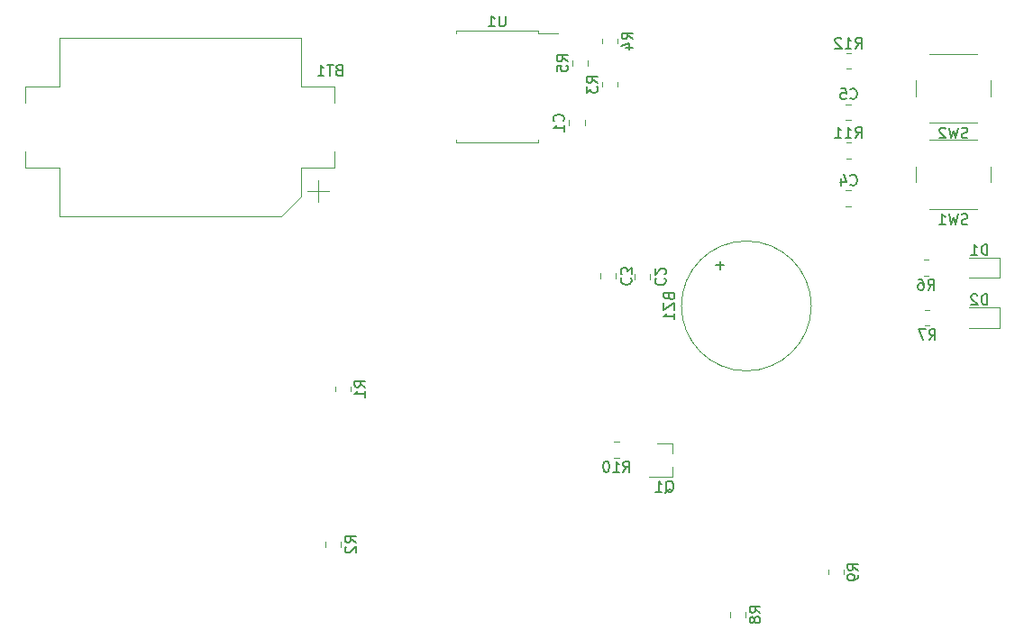
<source format=gbr>
%TF.GenerationSoftware,KiCad,Pcbnew,5.1.8*%
%TF.CreationDate,2020-12-14T21:05:08+01:00*%
%TF.ProjectId,breathe,62726561-7468-4652-9e6b-696361645f70,rev?*%
%TF.SameCoordinates,Original*%
%TF.FileFunction,Legend,Bot*%
%TF.FilePolarity,Positive*%
%FSLAX46Y46*%
G04 Gerber Fmt 4.6, Leading zero omitted, Abs format (unit mm)*
G04 Created by KiCad (PCBNEW 5.1.8) date 2020-12-14 21:05:08*
%MOMM*%
%LPD*%
G01*
G04 APERTURE LIST*
%ADD10C,0.120000*%
%ADD11C,0.150000*%
G04 APERTURE END LIST*
D10*
%TO.C,SW2*%
X176250000Y-88900000D02*
X176250000Y-90400000D01*
X175000000Y-92900000D02*
X170500000Y-92900000D01*
X169250000Y-90400000D02*
X169250000Y-88900000D01*
X170500000Y-86400000D02*
X175000000Y-86400000D01*
%TO.C,SW1*%
X176250000Y-97000000D02*
X176250000Y-98500000D01*
X175000000Y-101000000D02*
X170500000Y-101000000D01*
X169250000Y-98500000D02*
X169250000Y-97000000D01*
X170500000Y-94500000D02*
X175000000Y-94500000D01*
%TO.C,R12*%
X163127064Y-87835000D02*
X162672936Y-87835000D01*
X163127064Y-86365000D02*
X162672936Y-86365000D01*
%TO.C,R11*%
X163127064Y-96235000D02*
X162672936Y-96235000D01*
X163127064Y-94765000D02*
X162672936Y-94765000D01*
%TO.C,R10*%
X140872936Y-122865000D02*
X141327064Y-122865000D01*
X140872936Y-124335000D02*
X141327064Y-124335000D01*
%TO.C,R9*%
X160965000Y-135327064D02*
X160965000Y-134872936D01*
X162435000Y-135327064D02*
X162435000Y-134872936D01*
%TO.C,R8*%
X151765000Y-139327064D02*
X151765000Y-138872936D01*
X153235000Y-139327064D02*
X153235000Y-138872936D01*
%TO.C,Q1*%
X146360000Y-123020000D02*
X144900000Y-123020000D01*
X146360000Y-126180000D02*
X144200000Y-126180000D01*
X146360000Y-126180000D02*
X146360000Y-125250000D01*
X146360000Y-123020000D02*
X146360000Y-123950000D01*
%TO.C,C5*%
X163161252Y-92635000D02*
X162638748Y-92635000D01*
X163161252Y-91165000D02*
X162638748Y-91165000D01*
%TO.C,C4*%
X163161252Y-100735000D02*
X162638748Y-100735000D01*
X163161252Y-99265000D02*
X162638748Y-99265000D01*
%TO.C,BZ1*%
X159400000Y-110100000D02*
G75*
G03*
X159400000Y-110100000I-6100000J0D01*
G01*
%TO.C,U1*%
X129900000Y-94760000D02*
X126040000Y-94760000D01*
X126040000Y-94760000D02*
X126040000Y-94505000D01*
X129900000Y-94760000D02*
X133760000Y-94760000D01*
X133760000Y-94760000D02*
X133760000Y-94505000D01*
X129900000Y-84240000D02*
X126040000Y-84240000D01*
X126040000Y-84240000D02*
X126040000Y-84495000D01*
X129900000Y-84240000D02*
X133760000Y-84240000D01*
X133760000Y-84240000D02*
X133760000Y-84495000D01*
X133760000Y-84495000D02*
X135575000Y-84495000D01*
%TO.C,R7*%
X170072936Y-110465000D02*
X170527064Y-110465000D01*
X170072936Y-111935000D02*
X170527064Y-111935000D01*
%TO.C,R6*%
X169972936Y-105765000D02*
X170427064Y-105765000D01*
X169972936Y-107235000D02*
X170427064Y-107235000D01*
%TO.C,R5*%
X136965000Y-87072936D02*
X136965000Y-87527064D01*
X138435000Y-87072936D02*
X138435000Y-87527064D01*
%TO.C,R4*%
X141235000Y-85427064D02*
X141235000Y-84972936D01*
X139765000Y-85427064D02*
X139765000Y-84972936D01*
%TO.C,R3*%
X139765000Y-89072936D02*
X139765000Y-89527064D01*
X141235000Y-89072936D02*
X141235000Y-89527064D01*
%TO.C,R2*%
X115235000Y-132727064D02*
X115235000Y-132272936D01*
X113765000Y-132727064D02*
X113765000Y-132272936D01*
%TO.C,R1*%
X116135000Y-118127064D02*
X116135000Y-117672936D01*
X114665000Y-118127064D02*
X114665000Y-117672936D01*
%TO.C,D2*%
X174200000Y-110240000D02*
X177060000Y-110240000D01*
X177060000Y-110240000D02*
X177060000Y-112160000D01*
X177060000Y-112160000D02*
X174200000Y-112160000D01*
%TO.C,D1*%
X177060000Y-107460000D02*
X174200000Y-107460000D01*
X177060000Y-105540000D02*
X177060000Y-107460000D01*
X174200000Y-105540000D02*
X177060000Y-105540000D01*
%TO.C,C3*%
X141035000Y-107561252D02*
X141035000Y-107038748D01*
X139565000Y-107561252D02*
X139565000Y-107038748D01*
%TO.C,C2*%
X144235000Y-107598752D02*
X144235000Y-107076248D01*
X142765000Y-107598752D02*
X142765000Y-107076248D01*
%TO.C,C1*%
X136665000Y-92638748D02*
X136665000Y-93161252D01*
X138135000Y-92638748D02*
X138135000Y-93161252D01*
%TO.C,BT1*%
X88750000Y-97150000D02*
X85550000Y-97150000D01*
X85550000Y-97150000D02*
X85550000Y-95600000D01*
X88750000Y-101650000D02*
X88750000Y-97150000D01*
X88750000Y-101650000D02*
X109650000Y-101650000D01*
X111450000Y-99850000D02*
X111450000Y-97150000D01*
X109650000Y-101650000D02*
X111450000Y-99850000D01*
X111450000Y-97150000D02*
X114650000Y-97150000D01*
X114650000Y-97150000D02*
X114650000Y-95600000D01*
X111450000Y-89450000D02*
X114650000Y-89450000D01*
X114650000Y-89450000D02*
X114650000Y-91000000D01*
X88750000Y-89450000D02*
X85550000Y-89450000D01*
X85550000Y-89450000D02*
X85550000Y-91000000D01*
X111450000Y-84950000D02*
X88750000Y-84950000D01*
X111450000Y-84950000D02*
X111450000Y-89450000D01*
X88750000Y-84950000D02*
X88750000Y-89450000D01*
X113100000Y-98300000D02*
X113100000Y-100300000D01*
X112100000Y-99300000D02*
X114100000Y-99300000D01*
%TO.C,SW2*%
D11*
X174083333Y-94304761D02*
X173940476Y-94352380D01*
X173702380Y-94352380D01*
X173607142Y-94304761D01*
X173559523Y-94257142D01*
X173511904Y-94161904D01*
X173511904Y-94066666D01*
X173559523Y-93971428D01*
X173607142Y-93923809D01*
X173702380Y-93876190D01*
X173892857Y-93828571D01*
X173988095Y-93780952D01*
X174035714Y-93733333D01*
X174083333Y-93638095D01*
X174083333Y-93542857D01*
X174035714Y-93447619D01*
X173988095Y-93400000D01*
X173892857Y-93352380D01*
X173654761Y-93352380D01*
X173511904Y-93400000D01*
X173178571Y-93352380D02*
X172940476Y-94352380D01*
X172750000Y-93638095D01*
X172559523Y-94352380D01*
X172321428Y-93352380D01*
X171988095Y-93447619D02*
X171940476Y-93400000D01*
X171845238Y-93352380D01*
X171607142Y-93352380D01*
X171511904Y-93400000D01*
X171464285Y-93447619D01*
X171416666Y-93542857D01*
X171416666Y-93638095D01*
X171464285Y-93780952D01*
X172035714Y-94352380D01*
X171416666Y-94352380D01*
%TO.C,SW1*%
X174083333Y-102404761D02*
X173940476Y-102452380D01*
X173702380Y-102452380D01*
X173607142Y-102404761D01*
X173559523Y-102357142D01*
X173511904Y-102261904D01*
X173511904Y-102166666D01*
X173559523Y-102071428D01*
X173607142Y-102023809D01*
X173702380Y-101976190D01*
X173892857Y-101928571D01*
X173988095Y-101880952D01*
X174035714Y-101833333D01*
X174083333Y-101738095D01*
X174083333Y-101642857D01*
X174035714Y-101547619D01*
X173988095Y-101500000D01*
X173892857Y-101452380D01*
X173654761Y-101452380D01*
X173511904Y-101500000D01*
X173178571Y-101452380D02*
X172940476Y-102452380D01*
X172750000Y-101738095D01*
X172559523Y-102452380D01*
X172321428Y-101452380D01*
X171416666Y-102452380D02*
X171988095Y-102452380D01*
X171702380Y-102452380D02*
X171702380Y-101452380D01*
X171797619Y-101595238D01*
X171892857Y-101690476D01*
X171988095Y-101738095D01*
%TO.C,R12*%
X163542857Y-85902380D02*
X163876190Y-85426190D01*
X164114285Y-85902380D02*
X164114285Y-84902380D01*
X163733333Y-84902380D01*
X163638095Y-84950000D01*
X163590476Y-84997619D01*
X163542857Y-85092857D01*
X163542857Y-85235714D01*
X163590476Y-85330952D01*
X163638095Y-85378571D01*
X163733333Y-85426190D01*
X164114285Y-85426190D01*
X162590476Y-85902380D02*
X163161904Y-85902380D01*
X162876190Y-85902380D02*
X162876190Y-84902380D01*
X162971428Y-85045238D01*
X163066666Y-85140476D01*
X163161904Y-85188095D01*
X162209523Y-84997619D02*
X162161904Y-84950000D01*
X162066666Y-84902380D01*
X161828571Y-84902380D01*
X161733333Y-84950000D01*
X161685714Y-84997619D01*
X161638095Y-85092857D01*
X161638095Y-85188095D01*
X161685714Y-85330952D01*
X162257142Y-85902380D01*
X161638095Y-85902380D01*
%TO.C,R11*%
X163542857Y-94302380D02*
X163876190Y-93826190D01*
X164114285Y-94302380D02*
X164114285Y-93302380D01*
X163733333Y-93302380D01*
X163638095Y-93350000D01*
X163590476Y-93397619D01*
X163542857Y-93492857D01*
X163542857Y-93635714D01*
X163590476Y-93730952D01*
X163638095Y-93778571D01*
X163733333Y-93826190D01*
X164114285Y-93826190D01*
X162590476Y-94302380D02*
X163161904Y-94302380D01*
X162876190Y-94302380D02*
X162876190Y-93302380D01*
X162971428Y-93445238D01*
X163066666Y-93540476D01*
X163161904Y-93588095D01*
X161638095Y-94302380D02*
X162209523Y-94302380D01*
X161923809Y-94302380D02*
X161923809Y-93302380D01*
X162019047Y-93445238D01*
X162114285Y-93540476D01*
X162209523Y-93588095D01*
%TO.C,R10*%
X141742857Y-125702380D02*
X142076190Y-125226190D01*
X142314285Y-125702380D02*
X142314285Y-124702380D01*
X141933333Y-124702380D01*
X141838095Y-124750000D01*
X141790476Y-124797619D01*
X141742857Y-124892857D01*
X141742857Y-125035714D01*
X141790476Y-125130952D01*
X141838095Y-125178571D01*
X141933333Y-125226190D01*
X142314285Y-125226190D01*
X140790476Y-125702380D02*
X141361904Y-125702380D01*
X141076190Y-125702380D02*
X141076190Y-124702380D01*
X141171428Y-124845238D01*
X141266666Y-124940476D01*
X141361904Y-124988095D01*
X140171428Y-124702380D02*
X140076190Y-124702380D01*
X139980952Y-124750000D01*
X139933333Y-124797619D01*
X139885714Y-124892857D01*
X139838095Y-125083333D01*
X139838095Y-125321428D01*
X139885714Y-125511904D01*
X139933333Y-125607142D01*
X139980952Y-125654761D01*
X140076190Y-125702380D01*
X140171428Y-125702380D01*
X140266666Y-125654761D01*
X140314285Y-125607142D01*
X140361904Y-125511904D01*
X140409523Y-125321428D01*
X140409523Y-125083333D01*
X140361904Y-124892857D01*
X140314285Y-124797619D01*
X140266666Y-124750000D01*
X140171428Y-124702380D01*
%TO.C,R9*%
X163802380Y-134933333D02*
X163326190Y-134600000D01*
X163802380Y-134361904D02*
X162802380Y-134361904D01*
X162802380Y-134742857D01*
X162850000Y-134838095D01*
X162897619Y-134885714D01*
X162992857Y-134933333D01*
X163135714Y-134933333D01*
X163230952Y-134885714D01*
X163278571Y-134838095D01*
X163326190Y-134742857D01*
X163326190Y-134361904D01*
X163802380Y-135409523D02*
X163802380Y-135600000D01*
X163754761Y-135695238D01*
X163707142Y-135742857D01*
X163564285Y-135838095D01*
X163373809Y-135885714D01*
X162992857Y-135885714D01*
X162897619Y-135838095D01*
X162850000Y-135790476D01*
X162802380Y-135695238D01*
X162802380Y-135504761D01*
X162850000Y-135409523D01*
X162897619Y-135361904D01*
X162992857Y-135314285D01*
X163230952Y-135314285D01*
X163326190Y-135361904D01*
X163373809Y-135409523D01*
X163421428Y-135504761D01*
X163421428Y-135695238D01*
X163373809Y-135790476D01*
X163326190Y-135838095D01*
X163230952Y-135885714D01*
%TO.C,R8*%
X154602380Y-138933333D02*
X154126190Y-138600000D01*
X154602380Y-138361904D02*
X153602380Y-138361904D01*
X153602380Y-138742857D01*
X153650000Y-138838095D01*
X153697619Y-138885714D01*
X153792857Y-138933333D01*
X153935714Y-138933333D01*
X154030952Y-138885714D01*
X154078571Y-138838095D01*
X154126190Y-138742857D01*
X154126190Y-138361904D01*
X154030952Y-139504761D02*
X153983333Y-139409523D01*
X153935714Y-139361904D01*
X153840476Y-139314285D01*
X153792857Y-139314285D01*
X153697619Y-139361904D01*
X153650000Y-139409523D01*
X153602380Y-139504761D01*
X153602380Y-139695238D01*
X153650000Y-139790476D01*
X153697619Y-139838095D01*
X153792857Y-139885714D01*
X153840476Y-139885714D01*
X153935714Y-139838095D01*
X153983333Y-139790476D01*
X154030952Y-139695238D01*
X154030952Y-139504761D01*
X154078571Y-139409523D01*
X154126190Y-139361904D01*
X154221428Y-139314285D01*
X154411904Y-139314285D01*
X154507142Y-139361904D01*
X154554761Y-139409523D01*
X154602380Y-139504761D01*
X154602380Y-139695238D01*
X154554761Y-139790476D01*
X154507142Y-139838095D01*
X154411904Y-139885714D01*
X154221428Y-139885714D01*
X154126190Y-139838095D01*
X154078571Y-139790476D01*
X154030952Y-139695238D01*
%TO.C,Q1*%
X145695238Y-127647619D02*
X145790476Y-127600000D01*
X145885714Y-127504761D01*
X146028571Y-127361904D01*
X146123809Y-127314285D01*
X146219047Y-127314285D01*
X146171428Y-127552380D02*
X146266666Y-127504761D01*
X146361904Y-127409523D01*
X146409523Y-127219047D01*
X146409523Y-126885714D01*
X146361904Y-126695238D01*
X146266666Y-126600000D01*
X146171428Y-126552380D01*
X145980952Y-126552380D01*
X145885714Y-126600000D01*
X145790476Y-126695238D01*
X145742857Y-126885714D01*
X145742857Y-127219047D01*
X145790476Y-127409523D01*
X145885714Y-127504761D01*
X145980952Y-127552380D01*
X146171428Y-127552380D01*
X144790476Y-127552380D02*
X145361904Y-127552380D01*
X145076190Y-127552380D02*
X145076190Y-126552380D01*
X145171428Y-126695238D01*
X145266666Y-126790476D01*
X145361904Y-126838095D01*
%TO.C,C5*%
X163066666Y-90577142D02*
X163114285Y-90624761D01*
X163257142Y-90672380D01*
X163352380Y-90672380D01*
X163495238Y-90624761D01*
X163590476Y-90529523D01*
X163638095Y-90434285D01*
X163685714Y-90243809D01*
X163685714Y-90100952D01*
X163638095Y-89910476D01*
X163590476Y-89815238D01*
X163495238Y-89720000D01*
X163352380Y-89672380D01*
X163257142Y-89672380D01*
X163114285Y-89720000D01*
X163066666Y-89767619D01*
X162161904Y-89672380D02*
X162638095Y-89672380D01*
X162685714Y-90148571D01*
X162638095Y-90100952D01*
X162542857Y-90053333D01*
X162304761Y-90053333D01*
X162209523Y-90100952D01*
X162161904Y-90148571D01*
X162114285Y-90243809D01*
X162114285Y-90481904D01*
X162161904Y-90577142D01*
X162209523Y-90624761D01*
X162304761Y-90672380D01*
X162542857Y-90672380D01*
X162638095Y-90624761D01*
X162685714Y-90577142D01*
%TO.C,C4*%
X163066666Y-98677142D02*
X163114285Y-98724761D01*
X163257142Y-98772380D01*
X163352380Y-98772380D01*
X163495238Y-98724761D01*
X163590476Y-98629523D01*
X163638095Y-98534285D01*
X163685714Y-98343809D01*
X163685714Y-98200952D01*
X163638095Y-98010476D01*
X163590476Y-97915238D01*
X163495238Y-97820000D01*
X163352380Y-97772380D01*
X163257142Y-97772380D01*
X163114285Y-97820000D01*
X163066666Y-97867619D01*
X162209523Y-98105714D02*
X162209523Y-98772380D01*
X162447619Y-97724761D02*
X162685714Y-98439047D01*
X162066666Y-98439047D01*
%TO.C,BZ1*%
X146028571Y-109219047D02*
X146076190Y-109361904D01*
X146123809Y-109409523D01*
X146219047Y-109457142D01*
X146361904Y-109457142D01*
X146457142Y-109409523D01*
X146504761Y-109361904D01*
X146552380Y-109266666D01*
X146552380Y-108885714D01*
X145552380Y-108885714D01*
X145552380Y-109219047D01*
X145600000Y-109314285D01*
X145647619Y-109361904D01*
X145742857Y-109409523D01*
X145838095Y-109409523D01*
X145933333Y-109361904D01*
X145980952Y-109314285D01*
X146028571Y-109219047D01*
X146028571Y-108885714D01*
X145552380Y-109790476D02*
X145552380Y-110457142D01*
X146552380Y-109790476D01*
X146552380Y-110457142D01*
X146552380Y-111361904D02*
X146552380Y-110790476D01*
X146552380Y-111076190D02*
X145552380Y-111076190D01*
X145695238Y-110980952D01*
X145790476Y-110885714D01*
X145838095Y-110790476D01*
X150831428Y-105909047D02*
X150831428Y-106670952D01*
X151212380Y-106290000D02*
X150450476Y-106290000D01*
%TO.C,U1*%
X130661904Y-82852380D02*
X130661904Y-83661904D01*
X130614285Y-83757142D01*
X130566666Y-83804761D01*
X130471428Y-83852380D01*
X130280952Y-83852380D01*
X130185714Y-83804761D01*
X130138095Y-83757142D01*
X130090476Y-83661904D01*
X130090476Y-82852380D01*
X129090476Y-83852380D02*
X129661904Y-83852380D01*
X129376190Y-83852380D02*
X129376190Y-82852380D01*
X129471428Y-82995238D01*
X129566666Y-83090476D01*
X129661904Y-83138095D01*
%TO.C,R7*%
X170466666Y-113302380D02*
X170800000Y-112826190D01*
X171038095Y-113302380D02*
X171038095Y-112302380D01*
X170657142Y-112302380D01*
X170561904Y-112350000D01*
X170514285Y-112397619D01*
X170466666Y-112492857D01*
X170466666Y-112635714D01*
X170514285Y-112730952D01*
X170561904Y-112778571D01*
X170657142Y-112826190D01*
X171038095Y-112826190D01*
X170133333Y-112302380D02*
X169466666Y-112302380D01*
X169895238Y-113302380D01*
%TO.C,R6*%
X170366666Y-108602380D02*
X170700000Y-108126190D01*
X170938095Y-108602380D02*
X170938095Y-107602380D01*
X170557142Y-107602380D01*
X170461904Y-107650000D01*
X170414285Y-107697619D01*
X170366666Y-107792857D01*
X170366666Y-107935714D01*
X170414285Y-108030952D01*
X170461904Y-108078571D01*
X170557142Y-108126190D01*
X170938095Y-108126190D01*
X169509523Y-107602380D02*
X169700000Y-107602380D01*
X169795238Y-107650000D01*
X169842857Y-107697619D01*
X169938095Y-107840476D01*
X169985714Y-108030952D01*
X169985714Y-108411904D01*
X169938095Y-108507142D01*
X169890476Y-108554761D01*
X169795238Y-108602380D01*
X169604761Y-108602380D01*
X169509523Y-108554761D01*
X169461904Y-108507142D01*
X169414285Y-108411904D01*
X169414285Y-108173809D01*
X169461904Y-108078571D01*
X169509523Y-108030952D01*
X169604761Y-107983333D01*
X169795238Y-107983333D01*
X169890476Y-108030952D01*
X169938095Y-108078571D01*
X169985714Y-108173809D01*
%TO.C,R5*%
X136502380Y-87133333D02*
X136026190Y-86800000D01*
X136502380Y-86561904D02*
X135502380Y-86561904D01*
X135502380Y-86942857D01*
X135550000Y-87038095D01*
X135597619Y-87085714D01*
X135692857Y-87133333D01*
X135835714Y-87133333D01*
X135930952Y-87085714D01*
X135978571Y-87038095D01*
X136026190Y-86942857D01*
X136026190Y-86561904D01*
X135502380Y-88038095D02*
X135502380Y-87561904D01*
X135978571Y-87514285D01*
X135930952Y-87561904D01*
X135883333Y-87657142D01*
X135883333Y-87895238D01*
X135930952Y-87990476D01*
X135978571Y-88038095D01*
X136073809Y-88085714D01*
X136311904Y-88085714D01*
X136407142Y-88038095D01*
X136454761Y-87990476D01*
X136502380Y-87895238D01*
X136502380Y-87657142D01*
X136454761Y-87561904D01*
X136407142Y-87514285D01*
%TO.C,R4*%
X142602380Y-85033333D02*
X142126190Y-84700000D01*
X142602380Y-84461904D02*
X141602380Y-84461904D01*
X141602380Y-84842857D01*
X141650000Y-84938095D01*
X141697619Y-84985714D01*
X141792857Y-85033333D01*
X141935714Y-85033333D01*
X142030952Y-84985714D01*
X142078571Y-84938095D01*
X142126190Y-84842857D01*
X142126190Y-84461904D01*
X141935714Y-85890476D02*
X142602380Y-85890476D01*
X141554761Y-85652380D02*
X142269047Y-85414285D01*
X142269047Y-86033333D01*
%TO.C,R3*%
X139302380Y-89133333D02*
X138826190Y-88800000D01*
X139302380Y-88561904D02*
X138302380Y-88561904D01*
X138302380Y-88942857D01*
X138350000Y-89038095D01*
X138397619Y-89085714D01*
X138492857Y-89133333D01*
X138635714Y-89133333D01*
X138730952Y-89085714D01*
X138778571Y-89038095D01*
X138826190Y-88942857D01*
X138826190Y-88561904D01*
X138302380Y-89466666D02*
X138302380Y-90085714D01*
X138683333Y-89752380D01*
X138683333Y-89895238D01*
X138730952Y-89990476D01*
X138778571Y-90038095D01*
X138873809Y-90085714D01*
X139111904Y-90085714D01*
X139207142Y-90038095D01*
X139254761Y-89990476D01*
X139302380Y-89895238D01*
X139302380Y-89609523D01*
X139254761Y-89514285D01*
X139207142Y-89466666D01*
%TO.C,R2*%
X116602380Y-132333333D02*
X116126190Y-132000000D01*
X116602380Y-131761904D02*
X115602380Y-131761904D01*
X115602380Y-132142857D01*
X115650000Y-132238095D01*
X115697619Y-132285714D01*
X115792857Y-132333333D01*
X115935714Y-132333333D01*
X116030952Y-132285714D01*
X116078571Y-132238095D01*
X116126190Y-132142857D01*
X116126190Y-131761904D01*
X115697619Y-132714285D02*
X115650000Y-132761904D01*
X115602380Y-132857142D01*
X115602380Y-133095238D01*
X115650000Y-133190476D01*
X115697619Y-133238095D01*
X115792857Y-133285714D01*
X115888095Y-133285714D01*
X116030952Y-133238095D01*
X116602380Y-132666666D01*
X116602380Y-133285714D01*
%TO.C,R1*%
X117502380Y-117733333D02*
X117026190Y-117400000D01*
X117502380Y-117161904D02*
X116502380Y-117161904D01*
X116502380Y-117542857D01*
X116550000Y-117638095D01*
X116597619Y-117685714D01*
X116692857Y-117733333D01*
X116835714Y-117733333D01*
X116930952Y-117685714D01*
X116978571Y-117638095D01*
X117026190Y-117542857D01*
X117026190Y-117161904D01*
X117502380Y-118685714D02*
X117502380Y-118114285D01*
X117502380Y-118400000D02*
X116502380Y-118400000D01*
X116645238Y-118304761D01*
X116740476Y-118209523D01*
X116788095Y-118114285D01*
%TO.C,D2*%
X175938095Y-110002380D02*
X175938095Y-109002380D01*
X175700000Y-109002380D01*
X175557142Y-109050000D01*
X175461904Y-109145238D01*
X175414285Y-109240476D01*
X175366666Y-109430952D01*
X175366666Y-109573809D01*
X175414285Y-109764285D01*
X175461904Y-109859523D01*
X175557142Y-109954761D01*
X175700000Y-110002380D01*
X175938095Y-110002380D01*
X174985714Y-109097619D02*
X174938095Y-109050000D01*
X174842857Y-109002380D01*
X174604761Y-109002380D01*
X174509523Y-109050000D01*
X174461904Y-109097619D01*
X174414285Y-109192857D01*
X174414285Y-109288095D01*
X174461904Y-109430952D01*
X175033333Y-110002380D01*
X174414285Y-110002380D01*
%TO.C,D1*%
X175938095Y-105302380D02*
X175938095Y-104302380D01*
X175700000Y-104302380D01*
X175557142Y-104350000D01*
X175461904Y-104445238D01*
X175414285Y-104540476D01*
X175366666Y-104730952D01*
X175366666Y-104873809D01*
X175414285Y-105064285D01*
X175461904Y-105159523D01*
X175557142Y-105254761D01*
X175700000Y-105302380D01*
X175938095Y-105302380D01*
X174414285Y-105302380D02*
X174985714Y-105302380D01*
X174700000Y-105302380D02*
X174700000Y-104302380D01*
X174795238Y-104445238D01*
X174890476Y-104540476D01*
X174985714Y-104588095D01*
%TO.C,C3*%
X141622857Y-107466666D02*
X141575238Y-107514285D01*
X141527619Y-107657142D01*
X141527619Y-107752380D01*
X141575238Y-107895238D01*
X141670476Y-107990476D01*
X141765714Y-108038095D01*
X141956190Y-108085714D01*
X142099047Y-108085714D01*
X142289523Y-108038095D01*
X142384761Y-107990476D01*
X142480000Y-107895238D01*
X142527619Y-107752380D01*
X142527619Y-107657142D01*
X142480000Y-107514285D01*
X142432380Y-107466666D01*
X142527619Y-107133333D02*
X142527619Y-106514285D01*
X142146666Y-106847619D01*
X142146666Y-106704761D01*
X142099047Y-106609523D01*
X142051428Y-106561904D01*
X141956190Y-106514285D01*
X141718095Y-106514285D01*
X141622857Y-106561904D01*
X141575238Y-106609523D01*
X141527619Y-106704761D01*
X141527619Y-106990476D01*
X141575238Y-107085714D01*
X141622857Y-107133333D01*
%TO.C,C2*%
X144822857Y-107504166D02*
X144775238Y-107551785D01*
X144727619Y-107694642D01*
X144727619Y-107789880D01*
X144775238Y-107932738D01*
X144870476Y-108027976D01*
X144965714Y-108075595D01*
X145156190Y-108123214D01*
X145299047Y-108123214D01*
X145489523Y-108075595D01*
X145584761Y-108027976D01*
X145680000Y-107932738D01*
X145727619Y-107789880D01*
X145727619Y-107694642D01*
X145680000Y-107551785D01*
X145632380Y-107504166D01*
X145632380Y-107123214D02*
X145680000Y-107075595D01*
X145727619Y-106980357D01*
X145727619Y-106742261D01*
X145680000Y-106647023D01*
X145632380Y-106599404D01*
X145537142Y-106551785D01*
X145441904Y-106551785D01*
X145299047Y-106599404D01*
X144727619Y-107170833D01*
X144727619Y-106551785D01*
%TO.C,C1*%
X136077142Y-92733333D02*
X136124761Y-92685714D01*
X136172380Y-92542857D01*
X136172380Y-92447619D01*
X136124761Y-92304761D01*
X136029523Y-92209523D01*
X135934285Y-92161904D01*
X135743809Y-92114285D01*
X135600952Y-92114285D01*
X135410476Y-92161904D01*
X135315238Y-92209523D01*
X135220000Y-92304761D01*
X135172380Y-92447619D01*
X135172380Y-92542857D01*
X135220000Y-92685714D01*
X135267619Y-92733333D01*
X136172380Y-93685714D02*
X136172380Y-93114285D01*
X136172380Y-93400000D02*
X135172380Y-93400000D01*
X135315238Y-93304761D01*
X135410476Y-93209523D01*
X135458095Y-93114285D01*
%TO.C,BT1*%
X115010714Y-87928571D02*
X114867857Y-87976190D01*
X114820238Y-88023809D01*
X114772619Y-88119047D01*
X114772619Y-88261904D01*
X114820238Y-88357142D01*
X114867857Y-88404761D01*
X114963095Y-88452380D01*
X115344047Y-88452380D01*
X115344047Y-87452380D01*
X115010714Y-87452380D01*
X114915476Y-87500000D01*
X114867857Y-87547619D01*
X114820238Y-87642857D01*
X114820238Y-87738095D01*
X114867857Y-87833333D01*
X114915476Y-87880952D01*
X115010714Y-87928571D01*
X115344047Y-87928571D01*
X114486904Y-87452380D02*
X113915476Y-87452380D01*
X114201190Y-88452380D02*
X114201190Y-87452380D01*
X113058333Y-88452380D02*
X113629761Y-88452380D01*
X113344047Y-88452380D02*
X113344047Y-87452380D01*
X113439285Y-87595238D01*
X113534523Y-87690476D01*
X113629761Y-87738095D01*
%TD*%
M02*

</source>
